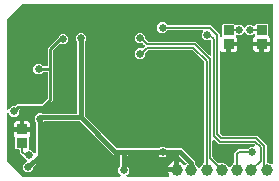
<source format=gbr>
G04 EAGLE Gerber RS-274X export*
G75*
%MOMM*%
%FSLAX34Y34*%
%LPD*%
%INBottom Copper*%
%IPPOS*%
%AMOC8*
5,1,8,0,0,1.08239X$1,22.5*%
G01*
%ADD10C,1.000000*%
%ADD11R,0.900000X0.850000*%
%ADD12C,0.656400*%
%ADD13C,0.254000*%
%ADD14C,0.406400*%
%ADD15C,0.200000*%

G36*
X239777Y-233D02*
X239777Y-233D01*
X239810Y-235D01*
X239917Y-213D01*
X240025Y-197D01*
X240054Y-184D01*
X240086Y-178D01*
X240182Y-126D01*
X240282Y-81D01*
X240306Y-60D01*
X240335Y-45D01*
X240413Y31D01*
X240496Y102D01*
X240514Y129D01*
X240537Y152D01*
X240591Y247D01*
X240650Y338D01*
X240660Y369D01*
X240676Y397D01*
X240701Y503D01*
X240733Y608D01*
X240733Y640D01*
X240741Y671D01*
X240735Y781D01*
X240737Y890D01*
X240728Y921D01*
X240726Y953D01*
X240691Y1056D01*
X240661Y1162D01*
X240644Y1189D01*
X240634Y1220D01*
X240581Y1293D01*
X240513Y1402D01*
X240477Y1434D01*
X240452Y1469D01*
X238701Y3219D01*
X238701Y6781D01*
X239659Y7738D01*
X239716Y7815D01*
X239781Y7886D01*
X239801Y7927D01*
X239828Y7964D01*
X239862Y8054D01*
X239904Y8140D01*
X239910Y8182D01*
X239927Y8227D01*
X239937Y8355D01*
X239951Y8445D01*
X239951Y16952D01*
X239942Y17016D01*
X239943Y17080D01*
X239922Y17155D01*
X239911Y17231D01*
X239885Y17290D01*
X239868Y17352D01*
X239827Y17418D01*
X239795Y17488D01*
X239753Y17537D01*
X239720Y17592D01*
X239662Y17644D01*
X239612Y17702D01*
X239558Y17738D01*
X239510Y17781D01*
X239441Y17814D01*
X239376Y17857D01*
X239314Y17876D01*
X239257Y17904D01*
X239187Y17915D01*
X239106Y17939D01*
X239021Y17940D01*
X238952Y17951D01*
X234737Y17951D01*
X206030Y46659D01*
X205953Y46716D01*
X205882Y46781D01*
X205841Y46801D01*
X205804Y46828D01*
X205714Y46862D01*
X205628Y46904D01*
X205586Y46910D01*
X205540Y46927D01*
X205413Y46937D01*
X205323Y46951D01*
X176445Y46951D01*
X176350Y46938D01*
X176253Y46933D01*
X176210Y46918D01*
X176165Y46911D01*
X176078Y46872D01*
X175987Y46840D01*
X175953Y46815D01*
X175908Y46795D01*
X175811Y46712D01*
X175738Y46659D01*
X175341Y46262D01*
X175284Y46185D01*
X175219Y46114D01*
X175199Y46073D01*
X175172Y46036D01*
X175138Y45946D01*
X175096Y45860D01*
X175090Y45818D01*
X175073Y45773D01*
X175063Y45645D01*
X175049Y45555D01*
X175049Y16339D01*
X166983Y8273D01*
X166925Y8197D01*
X166861Y8125D01*
X166841Y8084D01*
X166813Y8048D01*
X166779Y7958D01*
X166738Y7871D01*
X166731Y7829D01*
X166714Y7784D01*
X166704Y7656D01*
X166690Y7567D01*
X166690Y6213D01*
X164172Y3695D01*
X160611Y3695D01*
X158093Y6213D01*
X158093Y9774D01*
X160800Y12482D01*
X160805Y12484D01*
X160883Y12561D01*
X160966Y12632D01*
X160984Y12659D01*
X161007Y12681D01*
X161061Y12776D01*
X161121Y12868D01*
X161130Y12899D01*
X161146Y12927D01*
X161171Y13033D01*
X161203Y13137D01*
X161204Y13170D01*
X161211Y13201D01*
X161206Y13310D01*
X161207Y13419D01*
X161198Y13451D01*
X161197Y13483D01*
X161161Y13586D01*
X161132Y13691D01*
X161115Y13719D01*
X161104Y13749D01*
X161051Y13822D01*
X160984Y13931D01*
X160948Y13964D01*
X160923Y13998D01*
X158675Y16245D01*
X158668Y16267D01*
X158661Y16312D01*
X158622Y16399D01*
X158590Y16490D01*
X158565Y16525D01*
X158545Y16569D01*
X158462Y16666D01*
X158409Y16739D01*
X154983Y20165D01*
X154983Y21934D01*
X154974Y21998D01*
X154975Y22062D01*
X154954Y22137D01*
X154943Y22213D01*
X154917Y22272D01*
X154900Y22334D01*
X154859Y22400D01*
X154827Y22470D01*
X154785Y22519D01*
X154752Y22574D01*
X154694Y22626D01*
X154644Y22684D01*
X154590Y22720D01*
X154542Y22763D01*
X154473Y22796D01*
X154408Y22839D01*
X154346Y22858D01*
X154289Y22886D01*
X154219Y22897D01*
X154138Y22921D01*
X154053Y22922D01*
X153984Y22933D01*
X152079Y22933D01*
X151483Y23529D01*
X151483Y32626D01*
X151471Y32711D01*
X151469Y32796D01*
X151451Y32850D01*
X151443Y32906D01*
X151408Y32983D01*
X151382Y33065D01*
X151350Y33111D01*
X151327Y33162D01*
X151272Y33227D01*
X151224Y33298D01*
X151183Y33331D01*
X151144Y33377D01*
X151050Y33438D01*
X150984Y33492D01*
X150940Y33517D01*
X150467Y33990D01*
X150132Y34569D01*
X149959Y35215D01*
X149959Y37801D01*
X156000Y37801D01*
X156064Y37810D01*
X156128Y37809D01*
X156202Y37830D01*
X156279Y37841D01*
X156338Y37867D01*
X156400Y37884D01*
X156466Y37925D01*
X156536Y37957D01*
X156585Y37999D01*
X156640Y38032D01*
X156691Y38090D01*
X156750Y38140D01*
X156786Y38194D01*
X156829Y38242D01*
X156862Y38311D01*
X156905Y38376D01*
X156924Y38438D01*
X156952Y38495D01*
X156962Y38565D01*
X156987Y38646D01*
X156988Y38731D01*
X156999Y38800D01*
X156999Y39801D01*
X157001Y39801D01*
X157001Y38800D01*
X157010Y38736D01*
X157009Y38672D01*
X157030Y38597D01*
X157041Y38521D01*
X157067Y38462D01*
X157084Y38400D01*
X157125Y38334D01*
X157157Y38264D01*
X157199Y38215D01*
X157232Y38160D01*
X157290Y38108D01*
X157340Y38050D01*
X157394Y38014D01*
X157442Y37971D01*
X157511Y37938D01*
X157576Y37895D01*
X157638Y37876D01*
X157696Y37848D01*
X157765Y37838D01*
X157846Y37813D01*
X157931Y37812D01*
X158000Y37801D01*
X164041Y37801D01*
X164041Y35215D01*
X163868Y34569D01*
X163533Y33990D01*
X163060Y33517D01*
X163016Y33492D01*
X162949Y33439D01*
X162876Y33394D01*
X162839Y33352D01*
X162794Y33318D01*
X162745Y33248D01*
X162687Y33185D01*
X162663Y33134D01*
X162630Y33088D01*
X162602Y33008D01*
X162564Y32931D01*
X162556Y32879D01*
X162536Y32823D01*
X162530Y32711D01*
X162517Y32626D01*
X162517Y23298D01*
X162526Y23234D01*
X162525Y23170D01*
X162546Y23095D01*
X162557Y23019D01*
X162583Y22960D01*
X162600Y22898D01*
X162641Y22832D01*
X162673Y22762D01*
X162715Y22713D01*
X162748Y22658D01*
X162806Y22606D01*
X162856Y22548D01*
X162910Y22512D01*
X162958Y22469D01*
X163027Y22436D01*
X163092Y22393D01*
X163154Y22374D01*
X163211Y22346D01*
X163281Y22335D01*
X163362Y22311D01*
X163447Y22310D01*
X163516Y22299D01*
X164781Y22299D01*
X167245Y19834D01*
X167271Y19815D01*
X167292Y19790D01*
X167384Y19730D01*
X167471Y19665D01*
X167501Y19653D01*
X167528Y19636D01*
X167633Y19604D01*
X167735Y19565D01*
X167767Y19563D01*
X167798Y19553D01*
X167907Y19552D01*
X168016Y19543D01*
X168048Y19550D01*
X168080Y19549D01*
X168185Y19579D01*
X168292Y19601D01*
X168321Y19616D01*
X168352Y19625D01*
X168445Y19682D01*
X168541Y19733D01*
X168564Y19756D01*
X168592Y19773D01*
X168665Y19854D01*
X168743Y19930D01*
X168759Y19958D01*
X168781Y19982D01*
X168828Y20080D01*
X168882Y20175D01*
X168890Y20207D01*
X168904Y20236D01*
X168918Y20325D01*
X168947Y20450D01*
X168945Y20498D01*
X168951Y20540D01*
X168951Y45555D01*
X168938Y45650D01*
X168933Y45747D01*
X168918Y45790D01*
X168911Y45835D01*
X168872Y45922D01*
X168840Y46013D01*
X168815Y46047D01*
X168795Y46092D01*
X168712Y46189D01*
X168659Y46262D01*
X167701Y47219D01*
X167701Y50781D01*
X170219Y53299D01*
X173795Y53299D01*
X173815Y53284D01*
X173886Y53219D01*
X173927Y53199D01*
X173964Y53172D01*
X174054Y53138D01*
X174140Y53096D01*
X174182Y53090D01*
X174227Y53073D01*
X174355Y53063D01*
X174445Y53049D01*
X202952Y53049D01*
X203016Y53058D01*
X203080Y53057D01*
X203155Y53078D01*
X203231Y53089D01*
X203290Y53115D01*
X203352Y53132D01*
X203418Y53173D01*
X203488Y53205D01*
X203537Y53247D01*
X203592Y53280D01*
X203644Y53338D01*
X203702Y53388D01*
X203738Y53442D01*
X203781Y53490D01*
X203814Y53559D01*
X203857Y53624D01*
X203876Y53686D01*
X203904Y53743D01*
X203915Y53813D01*
X203939Y53894D01*
X203940Y53979D01*
X203951Y54048D01*
X203951Y113555D01*
X203938Y113650D01*
X203933Y113747D01*
X203918Y113790D01*
X203911Y113835D01*
X203872Y113922D01*
X203840Y114013D01*
X203815Y114047D01*
X203795Y114092D01*
X203712Y114189D01*
X203659Y114262D01*
X202701Y115219D01*
X202701Y118781D01*
X205219Y121299D01*
X208781Y121299D01*
X211299Y118781D01*
X211299Y115219D01*
X210341Y114262D01*
X210284Y114185D01*
X210219Y114114D01*
X210199Y114073D01*
X210172Y114036D01*
X210138Y113946D01*
X210096Y113860D01*
X210090Y113818D01*
X210073Y113773D01*
X210063Y113645D01*
X210049Y113555D01*
X210049Y51677D01*
X210057Y51617D01*
X210057Y51596D01*
X210063Y51576D01*
X210067Y51486D01*
X210082Y51442D01*
X210089Y51398D01*
X210128Y51310D01*
X210160Y51219D01*
X210185Y51185D01*
X210205Y51141D01*
X210288Y51043D01*
X210341Y50970D01*
X236970Y24341D01*
X237047Y24284D01*
X237118Y24219D01*
X237159Y24199D01*
X237196Y24172D01*
X237286Y24138D01*
X237372Y24096D01*
X237414Y24090D01*
X237460Y24073D01*
X237587Y24063D01*
X237677Y24049D01*
X272555Y24049D01*
X272650Y24062D01*
X272747Y24067D01*
X272790Y24082D01*
X272835Y24089D01*
X272922Y24128D01*
X273013Y24160D01*
X273047Y24185D01*
X273092Y24205D01*
X273189Y24288D01*
X273262Y24341D01*
X274219Y25299D01*
X277781Y25299D01*
X278738Y24341D01*
X278815Y24284D01*
X278886Y24219D01*
X278927Y24199D01*
X278964Y24172D01*
X279054Y24138D01*
X279140Y24096D01*
X279182Y24090D01*
X279227Y24073D01*
X279355Y24063D01*
X279445Y24049D01*
X292263Y24049D01*
X303399Y12913D01*
X303399Y11524D01*
X303412Y11429D01*
X303417Y11333D01*
X303432Y11290D01*
X303439Y11245D01*
X303478Y11157D01*
X303510Y11067D01*
X303535Y11032D01*
X303555Y10988D01*
X303638Y10891D01*
X303691Y10818D01*
X305451Y9058D01*
X305898Y7980D01*
X305914Y7952D01*
X305924Y7921D01*
X305986Y7831D01*
X306041Y7737D01*
X306065Y7715D01*
X306083Y7688D01*
X306167Y7619D01*
X306247Y7544D01*
X306276Y7529D01*
X306300Y7509D01*
X306401Y7466D01*
X306498Y7416D01*
X306530Y7410D01*
X306560Y7397D01*
X306668Y7384D01*
X306775Y7364D01*
X306808Y7367D01*
X306839Y7363D01*
X306947Y7380D01*
X307056Y7391D01*
X307086Y7403D01*
X307118Y7408D01*
X307217Y7455D01*
X307318Y7495D01*
X307343Y7515D01*
X307373Y7529D01*
X307454Y7602D01*
X307540Y7669D01*
X307559Y7695D01*
X307583Y7716D01*
X307630Y7794D01*
X307705Y7897D01*
X307722Y7943D01*
X307744Y7980D01*
X308149Y8958D01*
X309842Y10651D01*
X310616Y10972D01*
X310624Y10976D01*
X310634Y10979D01*
X310747Y11049D01*
X310859Y11115D01*
X310866Y11122D01*
X310874Y11127D01*
X310962Y11225D01*
X311052Y11321D01*
X311056Y11329D01*
X311063Y11336D01*
X311120Y11454D01*
X311180Y11572D01*
X311182Y11582D01*
X311186Y11590D01*
X311198Y11666D01*
X311232Y11849D01*
X311230Y11873D01*
X311233Y11895D01*
X311233Y96501D01*
X311220Y96596D01*
X311215Y96692D01*
X311200Y96735D01*
X311193Y96780D01*
X311154Y96867D01*
X311122Y96958D01*
X311097Y96993D01*
X311077Y97037D01*
X310994Y97134D01*
X310941Y97207D01*
X301457Y106691D01*
X301381Y106748D01*
X301309Y106813D01*
X301268Y106833D01*
X301232Y106860D01*
X301142Y106894D01*
X301055Y106936D01*
X301013Y106942D01*
X300968Y106959D01*
X300840Y106969D01*
X300751Y106983D01*
X264249Y106983D01*
X264154Y106970D01*
X264058Y106965D01*
X264015Y106950D01*
X263970Y106943D01*
X263883Y106904D01*
X263792Y106872D01*
X263757Y106847D01*
X263713Y106827D01*
X263616Y106744D01*
X263543Y106691D01*
X261591Y104739D01*
X261534Y104663D01*
X261469Y104591D01*
X261449Y104550D01*
X261422Y104514D01*
X261388Y104424D01*
X261346Y104337D01*
X261340Y104295D01*
X261323Y104250D01*
X261313Y104122D01*
X261299Y104033D01*
X261299Y102219D01*
X258781Y99701D01*
X255219Y99701D01*
X252701Y102219D01*
X252701Y105781D01*
X255219Y108299D01*
X259033Y108299D01*
X259128Y108312D01*
X259224Y108317D01*
X259267Y108332D01*
X259312Y108339D01*
X259399Y108378D01*
X259490Y108410D01*
X259525Y108435D01*
X259569Y108455D01*
X259666Y108538D01*
X259739Y108591D01*
X260941Y109793D01*
X260980Y109845D01*
X261026Y109890D01*
X261064Y109957D01*
X261111Y110019D01*
X261133Y110079D01*
X261165Y110135D01*
X261183Y110210D01*
X261210Y110283D01*
X261215Y110347D01*
X261230Y110410D01*
X261226Y110487D01*
X261232Y110564D01*
X261219Y110627D01*
X261216Y110691D01*
X261190Y110764D01*
X261174Y110840D01*
X261144Y110897D01*
X261123Y110958D01*
X261082Y111014D01*
X261042Y111089D01*
X260983Y111150D01*
X260941Y111207D01*
X260522Y111626D01*
X259739Y112409D01*
X259663Y112466D01*
X259591Y112531D01*
X259550Y112551D01*
X259514Y112578D01*
X259424Y112612D01*
X259337Y112654D01*
X259295Y112660D01*
X259250Y112677D01*
X259122Y112687D01*
X259033Y112701D01*
X255219Y112701D01*
X252701Y115219D01*
X252701Y118781D01*
X255219Y121299D01*
X258781Y121299D01*
X261299Y118781D01*
X261299Y116967D01*
X261312Y116872D01*
X261317Y116776D01*
X261332Y116733D01*
X261339Y116688D01*
X261378Y116601D01*
X261410Y116510D01*
X261435Y116475D01*
X261455Y116431D01*
X261538Y116334D01*
X261591Y116261D01*
X263374Y114478D01*
X263451Y114421D01*
X263522Y114356D01*
X263563Y114336D01*
X263599Y114309D01*
X263689Y114275D01*
X263776Y114233D01*
X263818Y114227D01*
X263863Y114209D01*
X263991Y114200D01*
X264080Y114186D01*
X303932Y114186D01*
X305406Y112712D01*
X315559Y102558D01*
X315585Y102539D01*
X315606Y102514D01*
X315698Y102454D01*
X315785Y102389D01*
X315815Y102377D01*
X315842Y102360D01*
X315947Y102328D01*
X316049Y102289D01*
X316081Y102287D01*
X316112Y102277D01*
X316221Y102276D01*
X316330Y102267D01*
X316362Y102274D01*
X316394Y102273D01*
X316499Y102303D01*
X316606Y102325D01*
X316635Y102340D01*
X316666Y102349D01*
X316759Y102406D01*
X316855Y102457D01*
X316878Y102480D01*
X316906Y102497D01*
X316979Y102578D01*
X317057Y102654D01*
X317073Y102682D01*
X317095Y102706D01*
X317142Y102804D01*
X317196Y102900D01*
X317204Y102931D01*
X317218Y102960D01*
X317232Y103049D01*
X317261Y103174D01*
X317259Y103222D01*
X317265Y103265D01*
X317265Y114774D01*
X317261Y114805D01*
X317263Y114838D01*
X317241Y114945D01*
X317225Y115053D01*
X317212Y115082D01*
X317206Y115114D01*
X317154Y115210D01*
X317109Y115310D01*
X317088Y115334D01*
X317073Y115363D01*
X316997Y115441D01*
X316926Y115524D01*
X316899Y115542D01*
X316876Y115565D01*
X316781Y115619D01*
X316690Y115678D01*
X316659Y115688D01*
X316631Y115704D01*
X316525Y115729D01*
X316420Y115761D01*
X316388Y115761D01*
X316356Y115769D01*
X316247Y115763D01*
X316138Y115765D01*
X316107Y115756D01*
X316075Y115754D01*
X315972Y115719D01*
X315909Y115701D01*
X312219Y115701D01*
X309701Y118219D01*
X309701Y121781D01*
X310198Y122277D01*
X310217Y122303D01*
X310242Y122324D01*
X310302Y122416D01*
X310367Y122503D01*
X310379Y122533D01*
X310396Y122560D01*
X310428Y122665D01*
X310467Y122767D01*
X310469Y122799D01*
X310479Y122830D01*
X310480Y122939D01*
X310489Y123048D01*
X310482Y123080D01*
X310483Y123112D01*
X310453Y123217D01*
X310431Y123324D01*
X310416Y123353D01*
X310407Y123384D01*
X310350Y123477D01*
X310299Y123573D01*
X310276Y123596D01*
X310259Y123624D01*
X310178Y123697D01*
X310102Y123775D01*
X310074Y123791D01*
X310050Y123813D01*
X309952Y123860D01*
X309857Y123914D01*
X309825Y123922D01*
X309796Y123936D01*
X309707Y123950D01*
X309582Y123979D01*
X309534Y123977D01*
X309492Y123983D01*
X280477Y123983D01*
X280382Y123970D01*
X280285Y123965D01*
X280242Y123950D01*
X280197Y123943D01*
X280110Y123904D01*
X280019Y123872D01*
X279985Y123847D01*
X279940Y123827D01*
X279843Y123744D01*
X279770Y123691D01*
X277781Y121701D01*
X274219Y121701D01*
X271701Y124219D01*
X271701Y127781D01*
X274219Y130299D01*
X277781Y130299D01*
X279770Y128309D01*
X279847Y128252D01*
X279918Y128187D01*
X279959Y128167D01*
X279996Y128140D01*
X280086Y128106D01*
X280172Y128064D01*
X280214Y128058D01*
X280259Y128041D01*
X280387Y128031D01*
X280477Y128017D01*
X317133Y128017D01*
X324315Y120835D01*
X324315Y119270D01*
X324319Y119238D01*
X324317Y119205D01*
X324339Y119098D01*
X324355Y118991D01*
X324368Y118961D01*
X324375Y118929D01*
X324426Y118833D01*
X324471Y118734D01*
X324492Y118709D01*
X324508Y118680D01*
X324584Y118602D01*
X324654Y118520D01*
X324682Y118502D01*
X324705Y118478D01*
X324799Y118425D01*
X324890Y118365D01*
X324922Y118356D01*
X324950Y118340D01*
X325056Y118315D01*
X325160Y118283D01*
X325193Y118283D01*
X325225Y118275D01*
X325333Y118281D01*
X325442Y118279D01*
X325474Y118288D01*
X325506Y118290D01*
X325609Y118325D01*
X325714Y118354D01*
X325742Y118372D01*
X325773Y118383D01*
X325814Y118413D01*
X325826Y118417D01*
X325984Y118508D01*
X326051Y118561D01*
X326124Y118606D01*
X326161Y118648D01*
X326206Y118682D01*
X326255Y118752D01*
X326313Y118815D01*
X326337Y118866D01*
X326370Y118912D01*
X326398Y118992D01*
X326436Y119069D01*
X326444Y119121D01*
X326464Y119177D01*
X326470Y119289D01*
X326483Y119374D01*
X326483Y128471D01*
X327079Y129067D01*
X336921Y129067D01*
X337748Y128240D01*
X337799Y128202D01*
X337844Y128156D01*
X337911Y128117D01*
X337973Y128071D01*
X338033Y128048D01*
X338089Y128017D01*
X338165Y127999D01*
X338237Y127971D01*
X338301Y127966D01*
X338364Y127952D01*
X338441Y127956D01*
X338518Y127950D01*
X338581Y127963D01*
X338645Y127966D01*
X338719Y127991D01*
X338794Y128007D01*
X338851Y128037D01*
X338912Y128058D01*
X338969Y128100D01*
X339043Y128140D01*
X339104Y128199D01*
X339161Y128240D01*
X339219Y128299D01*
X342781Y128299D01*
X344793Y126286D01*
X344845Y126247D01*
X344890Y126201D01*
X344957Y126163D01*
X345019Y126117D01*
X345079Y126094D01*
X345135Y126062D01*
X345210Y126044D01*
X345283Y126017D01*
X345347Y126012D01*
X345410Y125997D01*
X345487Y126001D01*
X345564Y125995D01*
X345627Y126008D01*
X345691Y126012D01*
X345764Y126037D01*
X345840Y126053D01*
X345897Y126083D01*
X345958Y126104D01*
X346014Y126146D01*
X346089Y126185D01*
X346150Y126245D01*
X346207Y126286D01*
X348219Y128299D01*
X351781Y128299D01*
X352777Y127302D01*
X352803Y127283D01*
X352824Y127258D01*
X352916Y127198D01*
X353003Y127133D01*
X353033Y127121D01*
X353060Y127104D01*
X353165Y127072D01*
X353267Y127033D01*
X353299Y127031D01*
X353330Y127021D01*
X353439Y127020D01*
X353548Y127011D01*
X353580Y127018D01*
X353612Y127017D01*
X353717Y127047D01*
X353824Y127069D01*
X353853Y127084D01*
X353884Y127093D01*
X353977Y127150D01*
X354073Y127201D01*
X354096Y127224D01*
X354124Y127241D01*
X354197Y127322D01*
X354275Y127398D01*
X354291Y127426D01*
X354313Y127450D01*
X354360Y127548D01*
X354414Y127643D01*
X354422Y127675D01*
X354436Y127704D01*
X354450Y127793D01*
X354479Y127918D01*
X354477Y127966D01*
X354483Y128008D01*
X354483Y128471D01*
X355079Y129067D01*
X364921Y129067D01*
X365517Y128471D01*
X365517Y119374D01*
X365529Y119289D01*
X365531Y119204D01*
X365549Y119150D01*
X365557Y119094D01*
X365592Y119017D01*
X365618Y118935D01*
X365650Y118889D01*
X365673Y118838D01*
X365728Y118773D01*
X365776Y118702D01*
X365817Y118669D01*
X365856Y118623D01*
X365950Y118562D01*
X366016Y118508D01*
X366060Y118483D01*
X366533Y118010D01*
X366868Y117431D01*
X367041Y116785D01*
X367041Y114199D01*
X361000Y114199D01*
X360936Y114190D01*
X360872Y114191D01*
X360798Y114170D01*
X360721Y114159D01*
X360662Y114133D01*
X360600Y114116D01*
X360534Y114075D01*
X360464Y114043D01*
X360415Y114001D01*
X360360Y113968D01*
X360309Y113910D01*
X360250Y113860D01*
X360214Y113806D01*
X360171Y113758D01*
X360138Y113689D01*
X360095Y113624D01*
X360076Y113562D01*
X360048Y113505D01*
X360038Y113435D01*
X360013Y113354D01*
X360012Y113269D01*
X360001Y113200D01*
X360001Y112199D01*
X359999Y112199D01*
X359999Y113200D01*
X359990Y113264D01*
X359991Y113328D01*
X359970Y113403D01*
X359959Y113479D01*
X359933Y113538D01*
X359916Y113600D01*
X359875Y113666D01*
X359843Y113736D01*
X359801Y113785D01*
X359768Y113840D01*
X359710Y113892D01*
X359660Y113950D01*
X359606Y113986D01*
X359558Y114029D01*
X359489Y114062D01*
X359424Y114105D01*
X359362Y114124D01*
X359304Y114152D01*
X359235Y114162D01*
X359154Y114187D01*
X359069Y114188D01*
X359000Y114199D01*
X352959Y114199D01*
X352959Y116785D01*
X353132Y117431D01*
X353467Y118010D01*
X353940Y118483D01*
X353984Y118508D01*
X354051Y118561D01*
X354124Y118606D01*
X354161Y118648D01*
X354206Y118682D01*
X354255Y118752D01*
X354313Y118815D01*
X354337Y118866D01*
X354370Y118912D01*
X354398Y118992D01*
X354436Y119069D01*
X354444Y119121D01*
X354464Y119177D01*
X354470Y119289D01*
X354483Y119374D01*
X354483Y119992D01*
X354479Y120023D01*
X354481Y120056D01*
X354459Y120163D01*
X354443Y120271D01*
X354430Y120300D01*
X354424Y120332D01*
X354372Y120428D01*
X354327Y120528D01*
X354306Y120552D01*
X354291Y120581D01*
X354215Y120659D01*
X354144Y120742D01*
X354117Y120760D01*
X354094Y120783D01*
X353999Y120837D01*
X353908Y120896D01*
X353877Y120906D01*
X353849Y120922D01*
X353743Y120947D01*
X353638Y120979D01*
X353606Y120979D01*
X353575Y120987D01*
X353465Y120981D01*
X353356Y120983D01*
X353325Y120974D01*
X353293Y120972D01*
X353190Y120937D01*
X353084Y120907D01*
X353057Y120890D01*
X353026Y120880D01*
X352953Y120827D01*
X352844Y120759D01*
X352812Y120723D01*
X352777Y120698D01*
X351781Y119701D01*
X348219Y119701D01*
X346207Y121714D01*
X346155Y121753D01*
X346110Y121799D01*
X346043Y121837D01*
X345981Y121883D01*
X345921Y121906D01*
X345865Y121938D01*
X345790Y121956D01*
X345717Y121983D01*
X345653Y121988D01*
X345591Y122003D01*
X345513Y121999D01*
X345436Y122005D01*
X345373Y121992D01*
X345309Y121988D01*
X345236Y121963D01*
X345160Y121947D01*
X345103Y121917D01*
X345042Y121896D01*
X344986Y121854D01*
X344911Y121815D01*
X344850Y121755D01*
X344793Y121714D01*
X342781Y119701D01*
X339254Y119701D01*
X339222Y119697D01*
X339190Y119699D01*
X339083Y119677D01*
X338975Y119661D01*
X338946Y119648D01*
X338914Y119642D01*
X338817Y119590D01*
X338718Y119545D01*
X338694Y119524D01*
X338665Y119509D01*
X338587Y119433D01*
X338504Y119362D01*
X338486Y119335D01*
X338463Y119312D01*
X338409Y119217D01*
X338349Y119126D01*
X338340Y119095D01*
X338324Y119067D01*
X338299Y118961D01*
X338267Y118856D01*
X338267Y118824D01*
X338259Y118792D01*
X338265Y118683D01*
X338263Y118574D01*
X338272Y118543D01*
X338274Y118511D01*
X338309Y118408D01*
X338338Y118302D01*
X338355Y118275D01*
X338366Y118244D01*
X338419Y118171D01*
X338487Y118062D01*
X338511Y118040D01*
X338515Y118034D01*
X338524Y118026D01*
X338868Y117431D01*
X339041Y116785D01*
X339041Y114199D01*
X333000Y114199D01*
X332936Y114190D01*
X332872Y114191D01*
X332798Y114170D01*
X332721Y114159D01*
X332662Y114133D01*
X332600Y114116D01*
X332534Y114075D01*
X332464Y114043D01*
X332415Y114001D01*
X332360Y113968D01*
X332309Y113910D01*
X332250Y113860D01*
X332214Y113806D01*
X332171Y113758D01*
X332138Y113689D01*
X332095Y113624D01*
X332076Y113562D01*
X332048Y113505D01*
X332038Y113435D01*
X332013Y113354D01*
X332012Y113269D01*
X332001Y113200D01*
X332001Y112199D01*
X331000Y112199D01*
X330936Y112190D01*
X330872Y112191D01*
X330797Y112170D01*
X330721Y112159D01*
X330662Y112133D01*
X330600Y112116D01*
X330534Y112075D01*
X330464Y112043D01*
X330415Y112001D01*
X330360Y111968D01*
X330308Y111910D01*
X330250Y111860D01*
X330214Y111806D01*
X330171Y111758D01*
X330138Y111689D01*
X330095Y111624D01*
X330076Y111562D01*
X330048Y111504D01*
X330038Y111435D01*
X330013Y111354D01*
X330012Y111269D01*
X330001Y111200D01*
X330001Y105409D01*
X327165Y105409D01*
X326519Y105582D01*
X325826Y105983D01*
X325825Y105983D01*
X325796Y106005D01*
X325765Y106017D01*
X325738Y106035D01*
X325634Y106066D01*
X325532Y106105D01*
X325500Y106107D01*
X325468Y106117D01*
X325360Y106118D01*
X325251Y106127D01*
X325219Y106120D01*
X325186Y106121D01*
X325081Y106092D01*
X324975Y106070D01*
X324946Y106054D01*
X324914Y106046D01*
X324822Y105988D01*
X324726Y105938D01*
X324702Y105915D01*
X324674Y105897D01*
X324601Y105817D01*
X324524Y105741D01*
X324507Y105713D01*
X324485Y105688D01*
X324438Y105590D01*
X324384Y105496D01*
X324377Y105464D01*
X324362Y105434D01*
X324348Y105345D01*
X324319Y105222D01*
X324321Y105172D01*
X324315Y105130D01*
X324315Y36951D01*
X324328Y36856D01*
X324333Y36760D01*
X324348Y36717D01*
X324355Y36672D01*
X324394Y36585D01*
X324426Y36494D01*
X324451Y36459D01*
X324471Y36415D01*
X324554Y36318D01*
X324607Y36245D01*
X326043Y34809D01*
X326119Y34752D01*
X326191Y34687D01*
X326232Y34667D01*
X326268Y34640D01*
X326358Y34606D01*
X326445Y34564D01*
X326487Y34558D01*
X326532Y34541D01*
X326660Y34531D01*
X326749Y34517D01*
X356335Y34517D01*
X364117Y26735D01*
X364117Y12666D01*
X364126Y12602D01*
X364125Y12538D01*
X364146Y12463D01*
X364157Y12387D01*
X364183Y12328D01*
X364200Y12266D01*
X364241Y12200D01*
X364273Y12130D01*
X364315Y12081D01*
X364348Y12026D01*
X364406Y11974D01*
X364456Y11916D01*
X364510Y11880D01*
X364558Y11837D01*
X364627Y11804D01*
X364692Y11761D01*
X364754Y11742D01*
X364811Y11714D01*
X364881Y11703D01*
X364962Y11679D01*
X365047Y11678D01*
X365116Y11667D01*
X365297Y11667D01*
X367508Y10751D01*
X367531Y10728D01*
X367557Y10708D01*
X367578Y10684D01*
X367670Y10624D01*
X367757Y10558D01*
X367787Y10547D01*
X367814Y10529D01*
X367919Y10497D01*
X368021Y10459D01*
X368053Y10456D01*
X368084Y10447D01*
X368193Y10445D01*
X368302Y10437D01*
X368334Y10443D01*
X368366Y10443D01*
X368471Y10472D01*
X368578Y10494D01*
X368607Y10510D01*
X368638Y10518D01*
X368731Y10576D01*
X368827Y10627D01*
X368850Y10649D01*
X368878Y10666D01*
X368951Y10747D01*
X369029Y10824D01*
X369045Y10852D01*
X369067Y10876D01*
X369114Y10974D01*
X369168Y11069D01*
X369176Y11100D01*
X369190Y11129D01*
X369204Y11219D01*
X369233Y11343D01*
X369231Y11392D01*
X369237Y11434D01*
X369237Y145238D01*
X369228Y145302D01*
X369229Y145366D01*
X369208Y145441D01*
X369197Y145517D01*
X369171Y145576D01*
X369154Y145638D01*
X369113Y145704D01*
X369081Y145774D01*
X369039Y145823D01*
X369006Y145878D01*
X368948Y145930D01*
X368898Y145988D01*
X368844Y146024D01*
X368796Y146067D01*
X368727Y146100D01*
X368662Y146143D01*
X368600Y146162D01*
X368543Y146190D01*
X368473Y146201D01*
X368392Y146225D01*
X368307Y146226D01*
X368238Y146237D01*
X157558Y146237D01*
X157463Y146224D01*
X157367Y146219D01*
X157324Y146204D01*
X157279Y146197D01*
X157192Y146158D01*
X157101Y146126D01*
X157066Y146101D01*
X157022Y146081D01*
X156925Y145998D01*
X156852Y145945D01*
X144312Y133405D01*
X144255Y133328D01*
X144190Y133257D01*
X144170Y133216D01*
X144143Y133180D01*
X144109Y133089D01*
X144067Y133003D01*
X144061Y132961D01*
X144043Y132916D01*
X144037Y132836D01*
X144031Y132817D01*
X144031Y132771D01*
X144020Y132699D01*
X144020Y57511D01*
X144024Y57479D01*
X144022Y57447D01*
X144044Y57340D01*
X144059Y57232D01*
X144073Y57203D01*
X144079Y57171D01*
X144131Y57075D01*
X144176Y56975D01*
X144197Y56951D01*
X144212Y56922D01*
X144288Y56844D01*
X144359Y56761D01*
X144386Y56743D01*
X144408Y56720D01*
X144503Y56666D01*
X144595Y56606D01*
X144626Y56597D01*
X144654Y56581D01*
X144760Y56556D01*
X144865Y56524D01*
X144897Y56524D01*
X144928Y56516D01*
X145038Y56522D01*
X145147Y56520D01*
X145178Y56529D01*
X145210Y56530D01*
X145313Y56566D01*
X145418Y56595D01*
X145446Y56612D01*
X145476Y56623D01*
X145549Y56676D01*
X145658Y56744D01*
X145691Y56780D01*
X145725Y56805D01*
X148219Y59299D01*
X150651Y59299D01*
X150746Y59312D01*
X150842Y59317D01*
X150885Y59332D01*
X150930Y59339D01*
X151018Y59378D01*
X151108Y59410D01*
X151143Y59435D01*
X151187Y59455D01*
X151284Y59538D01*
X151357Y59591D01*
X153053Y61287D01*
X173639Y61287D01*
X173734Y61300D01*
X173830Y61305D01*
X173873Y61320D01*
X173918Y61327D01*
X174006Y61366D01*
X174096Y61398D01*
X174131Y61423D01*
X174175Y61443D01*
X174272Y61526D01*
X174345Y61579D01*
X178421Y65655D01*
X178478Y65731D01*
X178543Y65803D01*
X178563Y65844D01*
X178590Y65880D01*
X178624Y65970D01*
X178666Y66057D01*
X178672Y66099D01*
X178689Y66144D01*
X178699Y66272D01*
X178713Y66361D01*
X178713Y87714D01*
X178704Y87776D01*
X178705Y87825D01*
X178705Y87842D01*
X178684Y87917D01*
X178673Y87993D01*
X178647Y88052D01*
X178630Y88114D01*
X178589Y88180D01*
X178557Y88250D01*
X178515Y88299D01*
X178482Y88354D01*
X178424Y88406D01*
X178374Y88464D01*
X178320Y88500D01*
X178272Y88543D01*
X178203Y88576D01*
X178138Y88619D01*
X178076Y88638D01*
X178019Y88666D01*
X177949Y88677D01*
X177868Y88701D01*
X177783Y88702D01*
X177714Y88713D01*
X175207Y88713D01*
X175112Y88700D01*
X175015Y88695D01*
X174972Y88680D01*
X174927Y88673D01*
X174840Y88634D01*
X174749Y88602D01*
X174715Y88577D01*
X174670Y88557D01*
X174573Y88474D01*
X174500Y88421D01*
X172781Y86701D01*
X169219Y86701D01*
X166701Y89219D01*
X166701Y92781D01*
X169219Y95299D01*
X172781Y95299D01*
X174500Y93579D01*
X174577Y93522D01*
X174648Y93457D01*
X174689Y93437D01*
X174726Y93410D01*
X174816Y93376D01*
X174902Y93334D01*
X174944Y93328D01*
X174989Y93311D01*
X175117Y93301D01*
X175207Y93287D01*
X177714Y93287D01*
X177778Y93296D01*
X177842Y93295D01*
X177917Y93316D01*
X177993Y93327D01*
X178052Y93353D01*
X178114Y93370D01*
X178180Y93411D01*
X178250Y93443D01*
X178299Y93485D01*
X178354Y93518D01*
X178406Y93576D01*
X178464Y93626D01*
X178500Y93680D01*
X178543Y93728D01*
X178576Y93797D01*
X178619Y93862D01*
X178638Y93924D01*
X178666Y93981D01*
X178677Y94051D01*
X178701Y94132D01*
X178702Y94217D01*
X178713Y94286D01*
X178713Y108947D01*
X188109Y118343D01*
X188160Y118366D01*
X188251Y118398D01*
X188286Y118423D01*
X188330Y118443D01*
X188427Y118526D01*
X188500Y118579D01*
X190219Y120299D01*
X193781Y120299D01*
X196299Y117781D01*
X196299Y114219D01*
X193781Y111701D01*
X190219Y111701D01*
X189784Y112137D01*
X189732Y112175D01*
X189688Y112221D01*
X189620Y112260D01*
X189558Y112306D01*
X189498Y112329D01*
X189442Y112360D01*
X189367Y112378D01*
X189294Y112406D01*
X189230Y112411D01*
X189168Y112425D01*
X189090Y112421D01*
X189013Y112427D01*
X188950Y112414D01*
X188886Y112411D01*
X188813Y112386D01*
X188737Y112370D01*
X188680Y112340D01*
X188620Y112319D01*
X188563Y112277D01*
X188488Y112237D01*
X188427Y112178D01*
X188371Y112137D01*
X183579Y107345D01*
X183522Y107269D01*
X183457Y107197D01*
X183437Y107156D01*
X183410Y107120D01*
X183376Y107030D01*
X183334Y106943D01*
X183328Y106901D01*
X183311Y106856D01*
X183301Y106728D01*
X183287Y106639D01*
X183287Y64053D01*
X175947Y56713D01*
X155361Y56713D01*
X155266Y56700D01*
X155170Y56695D01*
X155127Y56680D01*
X155082Y56673D01*
X154994Y56634D01*
X154904Y56602D01*
X154869Y56577D01*
X154825Y56557D01*
X154728Y56474D01*
X154655Y56421D01*
X154591Y56357D01*
X154534Y56281D01*
X154469Y56209D01*
X154449Y56168D01*
X154422Y56132D01*
X154388Y56042D01*
X154346Y55955D01*
X154340Y55913D01*
X154323Y55868D01*
X154313Y55740D01*
X154299Y55651D01*
X154299Y53219D01*
X151781Y50701D01*
X148219Y50701D01*
X145725Y53195D01*
X145700Y53215D01*
X145679Y53239D01*
X145587Y53299D01*
X145500Y53365D01*
X145470Y53376D01*
X145443Y53394D01*
X145338Y53426D01*
X145236Y53464D01*
X145204Y53467D01*
X145173Y53476D01*
X145064Y53477D01*
X144955Y53486D01*
X144923Y53479D01*
X144891Y53480D01*
X144785Y53451D01*
X144679Y53428D01*
X144650Y53413D01*
X144619Y53405D01*
X144526Y53347D01*
X144430Y53296D01*
X144407Y53273D01*
X144379Y53256D01*
X144306Y53175D01*
X144228Y53099D01*
X144212Y53071D01*
X144190Y53047D01*
X144142Y52949D01*
X144089Y52854D01*
X144081Y52822D01*
X144067Y52793D01*
X144053Y52704D01*
X144024Y52579D01*
X144026Y52531D01*
X144020Y52489D01*
X144020Y13301D01*
X144033Y13207D01*
X144038Y13110D01*
X144053Y13067D01*
X144059Y13022D01*
X144099Y12935D01*
X144130Y12844D01*
X144156Y12809D01*
X144176Y12765D01*
X144259Y12668D01*
X144312Y12595D01*
X156852Y55D01*
X156928Y-2D01*
X157000Y-67D01*
X157041Y-87D01*
X157077Y-114D01*
X157167Y-148D01*
X157254Y-190D01*
X157296Y-196D01*
X157341Y-213D01*
X157469Y-223D01*
X157558Y-237D01*
X239746Y-237D01*
X239777Y-233D01*
G37*
G36*
X280920Y-227D02*
X280920Y-227D01*
X280995Y-226D01*
X281059Y-207D01*
X281124Y-197D01*
X281193Y-166D01*
X281266Y-145D01*
X281321Y-108D01*
X281381Y-81D01*
X281439Y-32D01*
X281502Y9D01*
X281545Y59D01*
X281596Y102D01*
X281637Y165D01*
X281686Y223D01*
X281714Y283D01*
X281750Y338D01*
X281772Y410D01*
X281804Y479D01*
X281813Y545D01*
X281832Y608D01*
X281833Y683D01*
X281844Y758D01*
X281835Y824D01*
X281836Y890D01*
X281816Y963D01*
X281806Y1037D01*
X281780Y1093D01*
X281761Y1162D01*
X281709Y1246D01*
X281676Y1317D01*
X281167Y2078D01*
X280599Y3451D01*
X280559Y3651D01*
X286850Y3651D01*
X286914Y3660D01*
X286978Y3659D01*
X287052Y3680D01*
X287129Y3691D01*
X287188Y3717D01*
X287250Y3734D01*
X287316Y3775D01*
X287386Y3807D01*
X287435Y3849D01*
X287490Y3882D01*
X287541Y3940D01*
X287600Y3990D01*
X287636Y4044D01*
X287679Y4092D01*
X287712Y4161D01*
X287755Y4226D01*
X287774Y4288D01*
X287802Y4345D01*
X287812Y4415D01*
X287837Y4496D01*
X287838Y4581D01*
X287849Y4650D01*
X287849Y5651D01*
X288850Y5651D01*
X288914Y5660D01*
X288978Y5659D01*
X289053Y5680D01*
X289129Y5691D01*
X289188Y5717D01*
X289250Y5734D01*
X289316Y5775D01*
X289386Y5807D01*
X289435Y5849D01*
X289490Y5882D01*
X289542Y5940D01*
X289600Y5990D01*
X289636Y6044D01*
X289679Y6092D01*
X289712Y6161D01*
X289755Y6226D01*
X289774Y6288D01*
X289802Y6346D01*
X289812Y6415D01*
X289837Y6496D01*
X289838Y6581D01*
X289849Y6650D01*
X289849Y12941D01*
X290050Y12901D01*
X291422Y12333D01*
X292657Y11507D01*
X293707Y10457D01*
X294209Y9706D01*
X294223Y9691D01*
X294232Y9672D01*
X294316Y9586D01*
X294397Y9496D01*
X294415Y9485D01*
X294429Y9470D01*
X294534Y9411D01*
X294636Y9347D01*
X294656Y9342D01*
X294675Y9331D01*
X294792Y9304D01*
X294908Y9271D01*
X294929Y9271D01*
X294949Y9266D01*
X295070Y9273D01*
X295190Y9274D01*
X295210Y9280D01*
X295231Y9281D01*
X295345Y9320D01*
X295460Y9355D01*
X295477Y9366D01*
X295497Y9373D01*
X295571Y9427D01*
X295696Y9509D01*
X295720Y9536D01*
X295746Y9555D01*
X296233Y10042D01*
X296272Y10093D01*
X296318Y10138D01*
X296356Y10206D01*
X296402Y10268D01*
X296425Y10328D01*
X296457Y10384D01*
X296475Y10459D01*
X296502Y10532D01*
X296507Y10595D01*
X296522Y10658D01*
X296518Y10736D01*
X296524Y10813D01*
X296512Y10871D01*
X296512Y10882D01*
X296510Y10889D01*
X296507Y10940D01*
X296482Y11013D01*
X296466Y11089D01*
X296442Y11134D01*
X296437Y11154D01*
X296428Y11168D01*
X296415Y11206D01*
X296374Y11263D01*
X296334Y11338D01*
X296305Y11367D01*
X296288Y11394D01*
X296257Y11423D01*
X296233Y11455D01*
X290030Y17659D01*
X289953Y17716D01*
X289882Y17781D01*
X289841Y17801D01*
X289804Y17828D01*
X289714Y17862D01*
X289628Y17904D01*
X289586Y17910D01*
X289540Y17927D01*
X289413Y17937D01*
X289323Y17951D01*
X279445Y17951D01*
X279350Y17938D01*
X279253Y17933D01*
X279210Y17918D01*
X279165Y17911D01*
X279078Y17872D01*
X278987Y17840D01*
X278953Y17815D01*
X278908Y17795D01*
X278811Y17712D01*
X278738Y17659D01*
X277781Y16701D01*
X274219Y16701D01*
X273262Y17659D01*
X273185Y17716D01*
X273114Y17781D01*
X273073Y17801D01*
X273036Y17828D01*
X272946Y17862D01*
X272860Y17904D01*
X272818Y17910D01*
X272773Y17927D01*
X272645Y17937D01*
X272555Y17951D01*
X247048Y17951D01*
X246984Y17942D01*
X246920Y17943D01*
X246845Y17922D01*
X246769Y17911D01*
X246710Y17885D01*
X246648Y17868D01*
X246582Y17827D01*
X246512Y17795D01*
X246463Y17753D01*
X246408Y17720D01*
X246356Y17662D01*
X246298Y17612D01*
X246262Y17558D01*
X246219Y17510D01*
X246186Y17441D01*
X246143Y17376D01*
X246124Y17314D01*
X246096Y17257D01*
X246085Y17187D01*
X246061Y17106D01*
X246060Y17021D01*
X246049Y16952D01*
X246049Y8445D01*
X246062Y8350D01*
X246067Y8253D01*
X246082Y8210D01*
X246089Y8165D01*
X246128Y8078D01*
X246160Y7987D01*
X246185Y7953D01*
X246205Y7908D01*
X246288Y7811D01*
X246341Y7738D01*
X247299Y6781D01*
X247299Y3219D01*
X245548Y1469D01*
X245529Y1443D01*
X245504Y1422D01*
X245494Y1406D01*
X245444Y1330D01*
X245379Y1243D01*
X245367Y1213D01*
X245350Y1186D01*
X245318Y1081D01*
X245279Y979D01*
X245277Y947D01*
X245267Y916D01*
X245266Y807D01*
X245257Y698D01*
X245264Y666D01*
X245263Y634D01*
X245293Y529D01*
X245315Y422D01*
X245330Y393D01*
X245339Y362D01*
X245396Y269D01*
X245447Y173D01*
X245470Y150D01*
X245487Y122D01*
X245568Y49D01*
X245644Y-29D01*
X245672Y-45D01*
X245696Y-67D01*
X245794Y-114D01*
X245889Y-168D01*
X245921Y-176D01*
X245950Y-190D01*
X246039Y-204D01*
X246164Y-233D01*
X246212Y-231D01*
X246254Y-237D01*
X280845Y-237D01*
X280920Y-227D01*
G37*
G36*
X332406Y7722D02*
X332406Y7722D01*
X332515Y7732D01*
X332545Y7744D01*
X332577Y7749D01*
X332675Y7796D01*
X332777Y7837D01*
X332802Y7857D01*
X332831Y7870D01*
X332913Y7943D01*
X332999Y8010D01*
X333018Y8036D01*
X333042Y8058D01*
X333089Y8135D01*
X333164Y8239D01*
X333180Y8285D01*
X333202Y8321D01*
X333549Y9158D01*
X335242Y10851D01*
X336016Y11172D01*
X336024Y11176D01*
X336034Y11179D01*
X336147Y11249D01*
X336259Y11315D01*
X336266Y11322D01*
X336274Y11327D01*
X336362Y11425D01*
X336452Y11521D01*
X336456Y11529D01*
X336463Y11536D01*
X336520Y11654D01*
X336580Y11772D01*
X336582Y11782D01*
X336586Y11790D01*
X336598Y11866D01*
X336632Y12049D01*
X336630Y12073D01*
X336633Y12095D01*
X336633Y19485D01*
X340165Y23017D01*
X347523Y23017D01*
X347618Y23030D01*
X347715Y23035D01*
X347758Y23050D01*
X347803Y23057D01*
X347890Y23096D01*
X347981Y23128D01*
X348015Y23153D01*
X348060Y23173D01*
X348157Y23256D01*
X348230Y23309D01*
X350219Y25299D01*
X353171Y25299D01*
X353203Y25303D01*
X353236Y25301D01*
X353343Y25323D01*
X353451Y25339D01*
X353480Y25352D01*
X353512Y25358D01*
X353608Y25410D01*
X353708Y25455D01*
X353732Y25476D01*
X353761Y25491D01*
X353839Y25567D01*
X353922Y25638D01*
X353940Y25665D01*
X353963Y25688D01*
X354017Y25783D01*
X354076Y25874D01*
X354086Y25905D01*
X354102Y25933D01*
X354127Y26039D01*
X354159Y26144D01*
X354159Y26176D01*
X354167Y26208D01*
X354161Y26317D01*
X354163Y26426D01*
X354154Y26457D01*
X354152Y26489D01*
X354116Y26592D01*
X354087Y26698D01*
X354070Y26725D01*
X354060Y26756D01*
X354006Y26829D01*
X353939Y26938D01*
X353903Y26970D01*
X353878Y27005D01*
X353708Y27175D01*
X353631Y27232D01*
X353560Y27297D01*
X353519Y27317D01*
X353482Y27344D01*
X353392Y27378D01*
X353306Y27420D01*
X353264Y27426D01*
X353218Y27443D01*
X353091Y27453D01*
X353001Y27467D01*
X323415Y27467D01*
X321941Y28941D01*
X319989Y30894D01*
X319963Y30913D01*
X319942Y30938D01*
X319850Y30998D01*
X319763Y31063D01*
X319733Y31075D01*
X319706Y31092D01*
X319601Y31124D01*
X319499Y31163D01*
X319467Y31165D01*
X319436Y31175D01*
X319327Y31176D01*
X319218Y31185D01*
X319186Y31178D01*
X319154Y31179D01*
X319049Y31149D01*
X318942Y31127D01*
X318913Y31112D01*
X318882Y31103D01*
X318789Y31046D01*
X318693Y30995D01*
X318670Y30972D01*
X318642Y30955D01*
X318569Y30874D01*
X318491Y30798D01*
X318475Y30770D01*
X318453Y30746D01*
X318406Y30648D01*
X318352Y30552D01*
X318344Y30521D01*
X318330Y30492D01*
X318316Y30403D01*
X318287Y30278D01*
X318289Y30230D01*
X318283Y30187D01*
X318283Y16583D01*
X318296Y16488D01*
X318301Y16392D01*
X318316Y16349D01*
X318323Y16304D01*
X318362Y16216D01*
X318394Y16126D01*
X318419Y16091D01*
X318439Y16047D01*
X318522Y15950D01*
X318575Y15877D01*
X322890Y11562D01*
X322897Y11557D01*
X322903Y11549D01*
X323010Y11472D01*
X323115Y11393D01*
X323124Y11390D01*
X323132Y11384D01*
X323255Y11340D01*
X323379Y11294D01*
X323389Y11293D01*
X323397Y11290D01*
X323529Y11282D01*
X323660Y11272D01*
X323669Y11274D01*
X323679Y11273D01*
X323754Y11291D01*
X323936Y11329D01*
X323958Y11341D01*
X323979Y11346D01*
X324753Y11667D01*
X327147Y11667D01*
X329358Y10751D01*
X331051Y9058D01*
X331356Y8321D01*
X331373Y8293D01*
X331383Y8263D01*
X331444Y8172D01*
X331500Y8078D01*
X331523Y8056D01*
X331541Y8030D01*
X331626Y7960D01*
X331705Y7885D01*
X331734Y7871D01*
X331759Y7850D01*
X331860Y7807D01*
X331957Y7758D01*
X331989Y7752D01*
X332018Y7739D01*
X332127Y7725D01*
X332234Y7705D01*
X332266Y7708D01*
X332298Y7704D01*
X332406Y7722D01*
G37*
%LPC*%
G36*
X158999Y41799D02*
X158999Y41799D01*
X158999Y46591D01*
X161835Y46591D01*
X162481Y46418D01*
X163060Y46083D01*
X163533Y45610D01*
X163868Y45031D01*
X164041Y44385D01*
X164041Y41799D01*
X158999Y41799D01*
G37*
%LPD*%
%LPC*%
G36*
X149959Y41799D02*
X149959Y41799D01*
X149959Y44385D01*
X150132Y45031D01*
X150467Y45610D01*
X150940Y46083D01*
X151519Y46418D01*
X152165Y46591D01*
X155001Y46591D01*
X155001Y41799D01*
X149959Y41799D01*
G37*
%LPD*%
%LPC*%
G36*
X361999Y105409D02*
X361999Y105409D01*
X361999Y110201D01*
X367041Y110201D01*
X367041Y107615D01*
X366868Y106969D01*
X366533Y106390D01*
X366060Y105917D01*
X365481Y105582D01*
X364835Y105409D01*
X361999Y105409D01*
G37*
%LPD*%
%LPC*%
G36*
X333999Y105409D02*
X333999Y105409D01*
X333999Y110201D01*
X339041Y110201D01*
X339041Y107615D01*
X338868Y106969D01*
X338533Y106390D01*
X338060Y105917D01*
X337481Y105582D01*
X336835Y105409D01*
X333999Y105409D01*
G37*
%LPD*%
%LPC*%
G36*
X355165Y105409D02*
X355165Y105409D01*
X354519Y105582D01*
X353940Y105917D01*
X353467Y106390D01*
X353132Y106969D01*
X352959Y107615D01*
X352959Y110201D01*
X358001Y110201D01*
X358001Y105409D01*
X355165Y105409D01*
G37*
%LPD*%
%LPC*%
G36*
X280559Y7649D02*
X280559Y7649D01*
X280599Y7850D01*
X281167Y9222D01*
X281993Y10457D01*
X283043Y11507D01*
X284278Y12333D01*
X285650Y12901D01*
X285851Y12941D01*
X285851Y7649D01*
X280559Y7649D01*
G37*
%LPD*%
D10*
X287850Y5650D03*
X300350Y5650D03*
X313250Y5550D03*
X325950Y5650D03*
X338650Y5750D03*
X351300Y5650D03*
X364100Y5650D03*
D11*
X157000Y39800D03*
X157000Y28200D03*
X332000Y123800D03*
X332000Y112200D03*
X360000Y123800D03*
X360000Y112200D03*
D12*
X190387Y71350D03*
X260000Y43000D03*
X260000Y55000D03*
X260000Y67000D03*
X365000Y94000D03*
X365000Y83000D03*
X365000Y72000D03*
X365000Y61000D03*
X365000Y50000D03*
X365000Y39000D03*
X260000Y78000D03*
X260000Y90000D03*
X323000Y22000D03*
X303422Y21637D03*
X252000Y5000D03*
X217000Y5000D03*
X251000Y139000D03*
X224000Y112000D03*
X224000Y131000D03*
X235000Y139000D03*
X150000Y55000D03*
X192000Y116000D03*
D13*
X181000Y91000D02*
X181000Y65000D01*
X181000Y91000D02*
X181000Y108000D01*
X189000Y116000D01*
X192000Y116000D01*
D12*
X171000Y91000D03*
D13*
X181000Y91000D01*
X154000Y59000D02*
X150000Y55000D01*
X154000Y59000D02*
X175000Y59000D01*
X181000Y65000D01*
D12*
X207000Y117000D03*
X276000Y21000D03*
D14*
X207000Y50000D02*
X207000Y117000D01*
X236000Y21000D02*
X244000Y21000D01*
X276000Y21000D01*
X236000Y21000D02*
X207000Y50000D01*
X276000Y21000D02*
X291000Y21000D01*
X300350Y11650D02*
X300350Y5650D01*
X300350Y11650D02*
X291000Y21000D01*
D12*
X172000Y49000D03*
D14*
X173000Y50000D02*
X207000Y50000D01*
X173000Y50000D02*
X172000Y49000D01*
D12*
X162391Y7994D03*
D14*
X172000Y17602D02*
X172000Y49000D01*
X172000Y17602D02*
X162391Y7994D01*
D12*
X243000Y5000D03*
D14*
X243000Y20000D01*
X244000Y21000D01*
D12*
X350000Y124000D03*
D15*
X359800Y124000D01*
X360000Y123800D01*
D12*
X341000Y124000D03*
D15*
X332200Y124000D02*
X332000Y123800D01*
X332200Y124000D02*
X341000Y124000D01*
D12*
X314000Y120000D03*
D15*
X315531Y120000D02*
X319282Y116249D01*
X315531Y120000D02*
X314000Y120000D01*
X319282Y116249D02*
X319282Y34453D01*
X324251Y29484D01*
X351300Y5650D02*
X359084Y13434D01*
X354251Y29484D02*
X324251Y29484D01*
X354251Y29484D02*
X359084Y24651D01*
X359084Y13434D01*
X322298Y35702D02*
X322298Y120000D01*
X355500Y32500D02*
X362100Y25900D01*
X325500Y32500D02*
X322298Y35702D01*
X325500Y32500D02*
X355500Y32500D01*
X362100Y25900D02*
X362100Y7650D01*
X364100Y5650D01*
D12*
X276000Y126000D03*
D15*
X316298Y126000D01*
X322298Y120000D01*
D12*
X352000Y21000D03*
D15*
X338650Y18650D02*
X338650Y5750D01*
X338650Y18650D02*
X341000Y21000D01*
X352000Y21000D01*
D12*
X257000Y117000D03*
D15*
X303096Y112169D02*
X316266Y98999D01*
X262831Y112169D02*
X258000Y117000D01*
X257000Y117000D01*
X262831Y112169D02*
X303096Y112169D01*
X316266Y15334D02*
X325950Y5650D01*
X316266Y15334D02*
X316266Y98999D01*
D12*
X257000Y104000D03*
D15*
X313250Y97750D02*
X313250Y5550D01*
X313250Y97750D02*
X302000Y109000D01*
X263000Y109000D01*
X258000Y104000D01*
X257000Y104000D01*
D12*
X163000Y18000D03*
D15*
X157000Y21000D02*
X157000Y28200D01*
X160000Y18000D02*
X163000Y18000D01*
X160000Y18000D02*
X157000Y21000D01*
M02*

</source>
